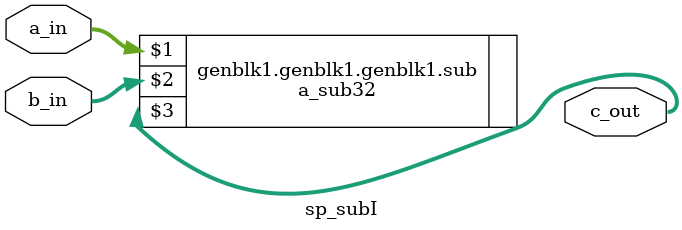
<source format=v>

module sp_addI(a_in, b_in, c_out);

    parameter WIDTH = 32;
    input wire [WIDTH-1:0] a_in;
    input wire [WIDTH-1:0] b_in;
    output wire [WIDTH-1:0] c_out;

    generate
        if (WIDTH == 8) begin
            a_add8 add(a_in, b_in, c_out);
        end else if (WIDTH == 16) begin
            a_add16 add(a_in, b_in, c_out);
        end else if (WIDTH == 32) begin
            a_add32 add(a_in, b_in, c_out);
        end else if (WIDTH == 64) begin
            a_add64 add(a_in, b_in, c_out);
        end
    endgenerate

endmodule

module sp_subI(a_in, b_in, c_out);

    parameter WIDTH = 32;
    input wire [WIDTH-1:0] a_in;
    input wire [WIDTH-1:0] b_in;
    output wire [WIDTH-1:0] c_out;

    generate
        if (WIDTH == 8) begin
            a_sub8 sub(a_in, b_in, c_out);
        end else if (WIDTH == 16) begin
            a_sub16 sub(a_in, b_in, c_out);
        end else if (WIDTH == 32) begin
            a_sub32 sub(a_in, b_in, c_out);
        end else if (WIDTH == 64) begin
            a_sub64 sub(a_in, b_in, c_out);
        end
    endgenerate

endmodule


</source>
